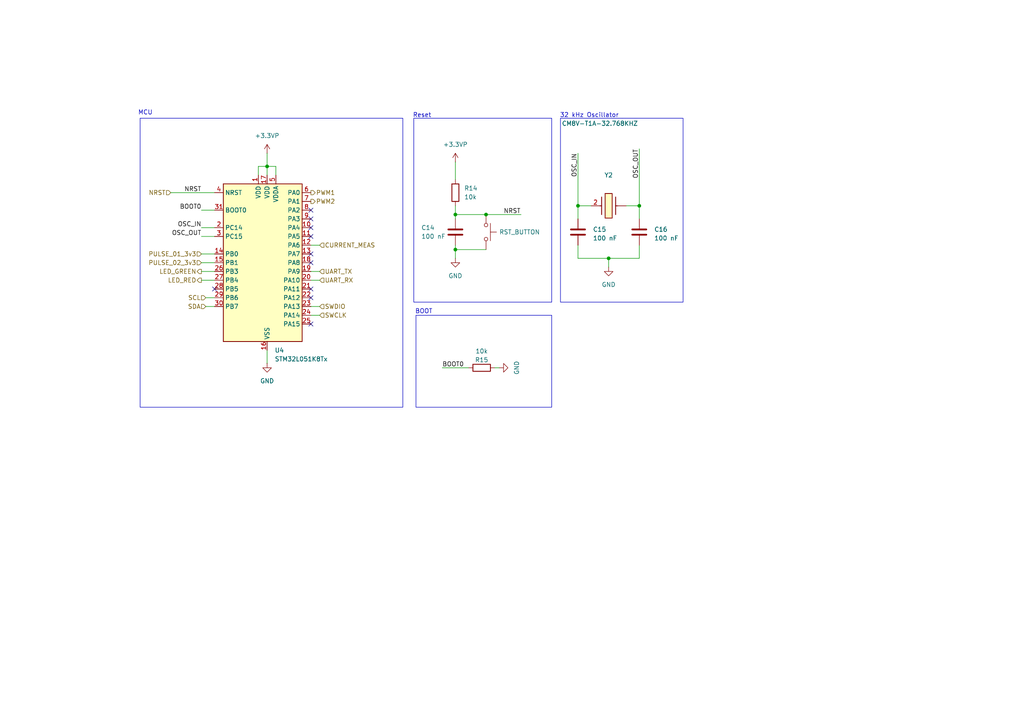
<source format=kicad_sch>
(kicad_sch (version 20231120) (generator "eeschema") (generator_version "8.0")
  (paper "A4")
  (title_block (title "MCU") (date "2025-01-12") (rev "RA01"))
  (lib_symbols
    (symbol "Device:C" (pin_numbers hide) (pin_names (offset 0.254))
      (property "Reference" "C" (at 0.635 2.54 0))
      (property "Value" "C" (at 0.635 -2.54 0))
      (symbol "C_0_1"
        (polyline (pts (xy -2.032 -0.762) (xy 2.032 -0.762)) (stroke (width 0.508)))
        (polyline (pts (xy -2.032 0.762) (xy 2.032 0.762)) (stroke (width 0.508)))
      )
      (symbol "C_1_1"
        (pin passive line (at 0 3.81 270) (length 2.794) (name "~") (number "1"))
        (pin passive line (at 0 -3.81 90) (length 2.794) (name "~") (number "2"))
      )
    )
    (symbol "Device:R" (pin_numbers hide) (pin_names (offset 0))
      (property "Reference" "R" (at 2.032 0 90))
      (property "Value" "R" (at 0 0 90))
      (symbol "R_0_1"
        (rectangle (start -1.016 -2.54) (end 1.016 2.54) (stroke (width 0.254)))
      )
      (symbol "R_1_1"
        (pin passive line (at 0 3.81 270) (length 1.27) (name "~") (number "1"))
        (pin passive line (at 0 -3.81 90) (length 1.27) (name "~") (number "2"))
      )
    )
    (symbol "MCU_ST_STM32L0:STM32L051K8Tx"
      (property "Reference" "U" (at -10.16 24.13 0))
      (property "Value" "STM32L051K8Tx" (at 7.62 24.13 0))
      (symbol "STM32L051K8Tx_0_1"
        (rectangle (start -10.16 -22.86) (end 12.7 22.86) (stroke (width 0.254)) (fill (type background)))
      )
      (symbol "STM32L051K8Tx_1_1"
        (pin power_in line (at 0 25.4 270) (length 2.54) (name "VDD") (number "1"))
        (pin bidirectional line (at 15.24 10.16 180) (length 2.54) (name "PA4") (number "10"))
        (pin bidirectional line (at 15.24 7.62 180) (length 2.54) (name "PA5") (number "11"))
        (pin bidirectional line (at 15.24 5.08 180) (length 2.54) (name "PA6") (number "12"))
        (pin bidirectional line (at 15.24 2.54 180) (length 2.54) (name "PA7") (number "13"))
        (pin bidirectional line (at -12.7 2.54 0) (length 2.54) (name "PB0") (number "14"))
        (pin bidirectional line (at -12.7 0 0) (length 2.54) (name "PB1") (number "15"))
        (pin power_in line (at 2.54 -25.4 90) (length 2.54) (name "VSS") (number "16"))
        (pin power_in line (at 2.54 25.4 270) (length 2.54) (name "VDD") (number "17"))
        (pin bidirectional line (at 15.24 0 180) (length 2.54) (name "PA8") (number "18"))
        (pin bidirectional line (at 15.24 -2.54 180) (length 2.54) (name "PA9") (number "19"))
        (pin bidirectional line (at -12.7 10.16 0) (length 2.54) (name "PC14") (number "2"))
        (pin bidirectional line (at 15.24 -5.08 180) (length 2.54) (name "PA10") (number "20"))
        (pin bidirectional line (at 15.24 -7.62 180) (length 2.54) (name "PA11") (number "21"))
        (pin bidirectional line (at 15.24 -10.16 180) (length 2.54) (name "PA12") (number "22"))
        (pin bidirectional line (at 15.24 -12.7 180) (length 2.54) (name "PA13") (number "23"))
        (pin bidirectional line (at 15.24 -15.24 180) (length 2.54) (name "PA14") (number "24"))
        (pin bidirectional line (at 15.24 -17.78 180) (length 2.54) (name "PA15") (number "25"))
        (pin bidirectional line (at -12.7 -2.54 0) (length 2.54) (name "PB3") (number "26"))
        (pin bidirectional line (at -12.7 -5.08 0) (length 2.54) (name "PB4") (number "27"))
        (pin bidirectional line (at -12.7 -7.62 0) (length 2.54) (name "PB5") (number "28"))
        (pin bidirectional line (at -12.7 -10.16 0) (length 2.54) (name "PB6") (number "29"))
        (pin bidirectional line (at -12.7 7.62 0) (length 2.54) (name "PC15") (number "3"))
        (pin bidirectional line (at -12.7 -12.7 0) (length 2.54) (name "PB7") (number "30"))
        (pin input line (at -12.7 15.24 0) (length 2.54) (name "BOOT0") (number "31"))
        (pin passive line (at 2.54 -25.4 90) (length 2.54) hide (name "VSS") (number "32"))
        (pin input line (at -12.7 20.32 0) (length 2.54) (name "NRST") (number "4"))
        (pin power_in line (at 5.08 25.4 270) (length 2.54) (name "VDDA") (number "5"))
        (pin bidirectional line (at 15.24 20.32 180) (length 2.54) (name "PA0") (number "6"))
        (pin bidirectional line (at 15.24 17.78 180) (length 2.54) (name "PA1") (number "7"))
        (pin bidirectional line (at 15.24 15.24 180) (length 2.54) (name "PA2") (number "8"))
        (pin bidirectional line (at 15.24 12.7 180) (length 2.54) (name "PA3") (number "9"))
      )
    )
    (symbol "Switch:SW_Push" (pin_numbers hide) (pin_names (offset 1.016) hide)
      (property "Reference" "SW" (at 1.27 2.54 0))
      (property "Value" "SW_Push" (at 0 -1.524 0))
      (symbol "SW_Push_0_1"
        (circle (center -2.032 0) (radius 0.508))
        (polyline (pts (xy 0 1.27) (xy 0 3.048)))
        (polyline (pts (xy 2.54 1.27) (xy -2.54 1.27)))
        (circle (center 2.032 0) (radius 0.508))
        (pin passive line (at -5.08 0 0) (length 2.54) (name "1") (number "1"))
        (pin passive line (at 5.08 0 180) (length 2.54) (name "2") (number "2"))
      )
    )
    (symbol "local_models:CM8V-T1A-32.768KHZ-12.5PF-20PPM-TA-QC" (pin_names hide)
      (property "Reference" "Y" (at 8.89 6.35 0))
      (property "Value" "CM8V-T1A-32.768KHZ-12.5PF-20PPM-TA-QC" (at 8.89 3.81 0))
      (symbol "CM8V-T1A-32.768KHZ-12.5PF-20PPM-TA-QC_1_1"
        (polyline (pts (xy 3.048 0) (xy 2.54 0)) (stroke (width 0.254)))
        (polyline (pts (xy 3.048 2.54) (xy 3.048 -2.54)) (stroke (width 0.254)))
        (polyline (pts (xy 7.112 0) (xy 7.62 0)) (stroke (width 0.254)))
        (polyline (pts (xy 7.112 2.54) (xy 7.112 -2.54)) (stroke (width 0.254)))
        (rectangle (start 4.064 3.556) (end 6.096 -3.556) (stroke (width 0.254)) (fill (type background)))
        (pin passive line (at 10.16 0 180) (length 2.54) (name "") (number ""))
        (pin passive line (at 0 0 0) (length 2.54) (name "X2") (number "2"))
      )
    )
    (symbol "power:+3.3VP" (power) (pin_numbers hide) (pin_names (offset 0) hide)
      (property "Value" "+3.3VP" (at 0 3.556 0))
      (symbol "+3.3VP_0_0"
        (pin power_in line (at 0 0 90) (length 0) (name "~") (number "1"))
      )
      (symbol "+3.3VP_0_1"
        (polyline (pts (xy -0.762 1.27) (xy 0 2.54)))
        (polyline (pts (xy 0 0) (xy 0 2.54)))
        (polyline (pts (xy 0 2.54) (xy 0.762 1.27)))
      )
    )
    (symbol "power:GND" (power) (pin_numbers hide) (pin_names (offset 0) hide)
      (property "Value" "GND" (at 0 -3.81 0))
      (symbol "GND_0_1"
        (polyline (pts (xy 0 0) (xy 0 -1.27) (xy 1.27 -1.27) (xy 0 -2.54) (xy -1.27 -1.27) (xy 0 -1.27)))
      )
      (symbol "GND_1_1"
        (pin power_in line (at 0 0 270) (length 0) (name "~") (number "1"))
      )
    )
  )
  (junction (at 77.47 48.26))
  (junction (at 176.53 74.93))
  (junction (at 132.08 72.39))
  (junction (at 185.42 59.69))
  (junction (at 167.64 59.69))
  (junction (at 140.97 62.23))
  (junction (at 132.08 62.23))
  (no_connect (at 90.17 63.5))
  (no_connect (at 90.17 93.98))
  (no_connect (at 90.17 66.04))
  (no_connect (at 90.17 83.82))
  (no_connect (at 90.17 76.2))
  (no_connect (at 90.17 68.58))
  (no_connect (at 90.17 73.66))
  (no_connect (at 90.17 86.36))
  (no_connect (at 62.23 83.82))
  (no_connect (at 90.17 60.96))
  (wire (pts (xy 58.42 66.04) (xy 62.23 66.04)))
  (wire (pts (xy 62.23 86.36) (xy 59.69 86.36)))
  (wire (pts (xy 132.08 72.39) (xy 132.08 71.12)))
  (wire (pts (xy 58.42 73.66) (xy 62.23 73.66)))
  (wire (pts (xy 185.42 74.93) (xy 176.53 74.93)))
  (wire (pts (xy 77.47 48.26) (xy 77.47 50.8)))
  (wire (pts (xy 176.53 74.93) (xy 167.64 74.93)))
  (wire (pts (xy 92.71 91.44) (xy 90.17 91.44)))
  (wire (pts (xy 140.97 72.39) (xy 132.08 72.39)))
  (wire (pts (xy 80.01 48.26) (xy 80.01 50.8)))
  (wire (pts (xy 62.23 88.9) (xy 59.69 88.9)))
  (wire (pts (xy 132.08 72.39) (xy 132.08 74.93)))
  (wire (pts (xy 167.64 59.69) (xy 167.64 63.5)))
  (wire (pts (xy 90.17 78.74) (xy 92.71 78.74)))
  (wire (pts (xy 132.08 62.23) (xy 140.97 62.23)))
  (wire (pts (xy 58.42 78.74) (xy 62.23 78.74)))
  (wire (pts (xy 140.97 62.23) (xy 151.13 62.23)))
  (wire (pts (xy 176.53 74.93) (xy 176.53 77.47)))
  (wire (pts (xy 74.93 50.8) (xy 74.93 48.26)))
  (wire (pts (xy 58.42 81.28) (xy 62.23 81.28)))
  (wire (pts (xy 90.17 71.12) (xy 92.71 71.12)))
  (wire (pts (xy 185.42 43.18) (xy 185.42 59.69)))
  (wire (pts (xy 167.64 59.69) (xy 171.45 59.69)))
  (wire (pts (xy 185.42 59.69) (xy 185.42 63.5)))
  (wire (pts (xy 49.53 55.88) (xy 62.23 55.88)))
  (wire (pts (xy 132.08 62.23) (xy 132.08 63.5)))
  (wire (pts (xy 74.93 48.26) (xy 77.47 48.26)))
  (wire (pts (xy 77.47 44.45) (xy 77.47 48.26)))
  (wire (pts (xy 181.61 59.69) (xy 185.42 59.69)))
  (wire (pts (xy 132.08 46.99) (xy 132.08 52.07)))
  (wire (pts (xy 132.08 59.69) (xy 132.08 62.23)))
  (wire (pts (xy 58.42 76.2) (xy 62.23 76.2)))
  (wire (pts (xy 185.42 71.12) (xy 185.42 74.93)))
  (wire (pts (xy 92.71 88.9) (xy 90.17 88.9)))
  (wire (pts (xy 77.47 48.26) (xy 80.01 48.26)))
  (wire (pts (xy 58.42 60.96) (xy 62.23 60.96)))
  (wire (pts (xy 143.51 106.68) (xy 144.78 106.68)))
  (wire (pts (xy 77.47 101.6) (xy 77.47 105.41)))
  (wire (pts (xy 167.64 44.45) (xy 167.64 59.69)))
  (wire (pts (xy 128.27 106.68) (xy 135.89 106.68)))
  (wire (pts (xy 167.64 71.12) (xy 167.64 74.93)))
  (wire (pts (xy 90.17 81.28) (xy 92.71 81.28)))
  (wire (pts (xy 58.42 68.58) (xy 62.23 68.58)))
  (rectangle (start 162.56 34.29) (end 198.12 87.63))
  (rectangle (start 40.64 34.29) (end 116.84 118.11))
  (rectangle (start 120.015 34.29) (end 160.02 87.63))
  (rectangle (start 120.65 91.44) (end 160.02 118.11))
  (text "32 kHz Oscillator" (at 170.942 33.528 0) (effects (font (size 1.27 1.27))))
  (text "MCU" (at 42.164 32.766 0) (effects (font (size 1.27 1.27))))
  (text "BOOT" (at 122.936 90.424 0) (effects (font (size 1.27 1.27))))
  (text "Reset" (at 122.428 33.528 0) (effects (font (size 1.27 1.27))))
  (label "BOOT0" (at 128.27 106.68 0))
  (label "NRST" (at 146.05 62.23 0))
  (label "OSC_IN" (at 167.64 44.45 270))
  (label "OSC_OUT" (at 185.42 43.18 270))
  (label "BOOT0" (at 58.42 60.96 180))
  (label "OSC_IN" (at 58.42 66.04 180))
  (label "OSC_OUT" (at 58.42 68.58 180))
  (label "NRST" (at 58.42 55.88 180))
  (hierarchical_label "SCL" (shape input) (at 59.69 86.36 180))
  (hierarchical_label "LED_GREEN" (shape output) (at 58.42 78.74 180))
  (hierarchical_label "SWDIO" (shape input) (at 92.71 88.9 0))
  (hierarchical_label "SDA" (shape input) (at 59.69 88.9 180))
  (hierarchical_label "UART_RX" (shape input) (at 92.71 81.28 0))
  (hierarchical_label "CURRENT_MEAS" (shape input) (at 92.71 71.12 0))
  (hierarchical_label "SWCLK" (shape input) (at 92.71 91.44 0))
  (hierarchical_label "PWM1" (shape output) (at 90.17 55.88 0))
  (hierarchical_label "PULSE_01_3v3" (shape input) (at 58.42 73.66 180))
  (hierarchical_label "LED_RED" (shape output) (at 58.42 81.28 180))
  (hierarchical_label "NRST" (shape input) (at 49.53 55.88 180))
  (hierarchical_label "PULSE_02_3v3" (shape input) (at 58.42 76.2 180))
  (hierarchical_label "PWM2" (shape output) (at 90.17 58.42 0))
  (hierarchical_label "UART_TX" (shape input) (at 92.71 78.74 0))
  (symbol (lib_id "power:GND") (at 132.08 74.93 0) (unit 1)
    (property "Reference" "#PWR02" (effects (hide yes)))
    (property "Value" "GND" (at 132.08 80.01 0))
    (property "Description" "Power symbol creates a global label with name \"GND\" , ground" (effects (hide yes)))
  )
  (symbol (lib_id "power:GND") (at 144.78 106.68 90) (unit 1)
    (property "Reference" "#PWR06" (effects (hide yes)))
    (property "Value" "GND" (at 149.86 106.68 0))
    (property "Description" "Power symbol creates a global label with name \"GND\" , ground" (effects (hide yes)))
  )
  (symbol (lib_id "power:+3.3VP") (at 77.47 44.45 0) (unit 1)
    (property "Reference" "#PWR033" (effects (hide yes)))
    (property "Value" "+3.3VP" (at 77.47 39.37 0))
    (property "Description" "Power symbol creates a global label with name \"+3.3VP\"" (effects (hide yes)))
  )
  (symbol (lib_id "power:+3.3VP") (at 132.08 46.99 0) (unit 1)
    (property "Reference" "#PWR032" (effects (hide yes)))
    (property "Value" "+3.3VP" (at 132.08 41.91 0))
    (property "Description" "Power symbol creates a global label with name \"+3.3VP\"" (effects (hide yes)))
  )
  (symbol (lib_id "Device:R") (at 139.7 106.68 90) (unit 1)
    (property "Reference" "R15" (at 139.7 104.394 90))
    (property "Value" "10k" (at 139.7 101.854 90))
    (property "Footprint" "Resistor_SMD:R_1206_3216Metric_Pad1.30x1.75mm_HandSolder" (effects (hide yes)))
    (property "Description" "Resistor" (effects (hide yes)))
  )
  (symbol (lib_id "MCU_ST_STM32L0:STM32L051K8Tx") (at 74.93 76.2 0) (unit 1)
    (property "Reference" "U4" (at 79.6641 101.6 0) (effects (justify left)))
    (property "Value" "STM32L051K8Tx" (at 79.6641 104.14 0) (effects (justify left)))
    (property "Footprint" "Package_QFP:LQFP-32_7x7mm_P0.8mm" (effects (hide yes)))
    (property "Datasheet" "https://www.st.com/resource/en/datasheet/stm32l051k8.pdf" (effects (hide yes)))
    (property "Description" "STMicroelectronics Arm Cortex-M0+ MCU, 64KB flash, 8KB RAM, 32 MHz, 1.65-3.6V, 25 GPIO, LQFP32" (effects (hide yes)))
  )
  (symbol (lib_id "power:GND") (at 77.47 105.41 0) (unit 1)
    (property "Reference" "#PWR08" (effects (hide yes)))
    (property "Value" "GND" (at 77.47 110.49 0))
    (property "Description" "Power symbol creates a global label with name \"GND\" , ground" (effects (hide yes)))
  )
  (symbol (lib_id "local_models:CM8V-T1A-32.768KHZ-12.5PF-20PPM-TA-QC") (at 171.45 59.69 0) (unit 1)
    (property "Reference" "Y2" (at 176.53 50.8 0))
    (property "Value" "CM8V-T1A-32.768KHZ" (at 173.99 35.814 0))
    (property "Footprint" "Crystal:Crystal_SMD_MicroCrystal_CC8V-T1A-2Pin_2.0x1.2mm_HandSoldering" (effects (hide yes)))
    (property "Datasheet" "https://www.microcrystal.com/fileadmin/Media/Products/32kHz/Datasheet/CM8V-T1A.pdf" (effects (hide yes)))
    (property "Description" "CRYSTAL 32.768KHZ SMD" (effects (hide yes)))
    (property "Height" "0.6" (effects (hide yes)))
    (property "Mouser Part Number" "428-201494-MC01" (effects (hide yes)))
    (property "Mouser Price/Stock" "https://www.mouser.co.uk/ProductDetail/Micro-Crystal/CM8V-T1A-32.768kHz-12.5pF-20PPM-TA-QC?qs=7bTaA%2FLYtSYgtx%252BmOOZAYQ%3D%3D" (effects (hide yes)))
    (property "Manufacturer_Name" "Micro Crystal AG" (effects (hide yes)))
    (property "Manufacturer_Part_Number" "CM8V-T1A-32.768KHZ-12.5PF-20PPM-TA-QC" (effects (hide yes)))
  )
  (symbol (lib_id "Device:C") (at 185.42 67.31 0) (unit 1)
    (property "Reference" "C16" (at 189.738 66.548 0) (effects (justify left)))
    (property "Value" "100 nF" (at 189.738 69.088 0) (effects (justify left)))
    (property "Footprint" "Capacitor_SMD:C_1206_3216Metric_Pad1.33x1.80mm_HandSolder" (effects (hide yes)))
    (property "Description" "Unpolarized capacitor" (effects (hide yes)))
  )
  (symbol (lib_id "Switch:SW_Push") (at 140.97 67.31 270) (unit 1)
    (property "Reference" "SW1" (effects (hide yes)))
    (property "Value" "RST_BUTTON" (at 144.78 67.3099 90) (effects (justify left)))
    (property "Footprint" "Button_Switch_SMD:SW_Push_1P1T-SH_NO_CK_KMR2xxG" (effects (hide yes)))
    (property "Description" "Push button switch, generic, two pins" (effects (hide yes)))
  )
  (symbol (lib_id "Device:R") (at 132.08 55.88 0) (unit 1)
    (property "Reference" "R14" (at 134.62 54.6099 0) (effects (justify left)))
    (property "Value" "10k" (at 134.62 57.1499 0) (effects (justify left)))
    (property "Footprint" "Resistor_SMD:R_1206_3216Metric_Pad1.30x1.75mm_HandSolder" (effects (hide yes)))
    (property "Description" "Resistor" (effects (hide yes)))
  )
  (symbol (lib_id "power:GND") (at 176.53 77.47 0) (unit 1)
    (property "Reference" "#PWR05" (effects (hide yes)))
    (property "Value" "GND" (at 176.53 82.55 0))
    (property "Description" "Power symbol creates a global label with name \"GND\" , ground" (effects (hide yes)))
  )
  (symbol (lib_id "Device:C") (at 132.08 67.31 0) (unit 1)
    (property "Reference" "C14" (at 122.174 66.04 0) (effects (justify left)))
    (property "Value" "100 nF" (at 122.174 68.58 0) (effects (justify left)))
    (property "Footprint" "Capacitor_SMD:C_1206_3216Metric_Pad1.33x1.80mm_HandSolder" (effects (hide yes)))
    (property "Description" "Unpolarized capacitor" (effects (hide yes)))
  )
  (symbol (lib_id "Device:C") (at 167.64 67.31 0) (unit 1)
    (property "Reference" "C15" (at 171.958 66.548 0) (effects (justify left)))
    (property "Value" "100 nF" (at 171.958 69.088 0) (effects (justify left)))
    (property "Footprint" "Capacitor_SMD:C_1206_3216Metric_Pad1.33x1.80mm_HandSolder" (effects (hide yes)))
    (property "Description" "Unpolarized capacitor" (effects (hide yes)))
  )
)
</source>
